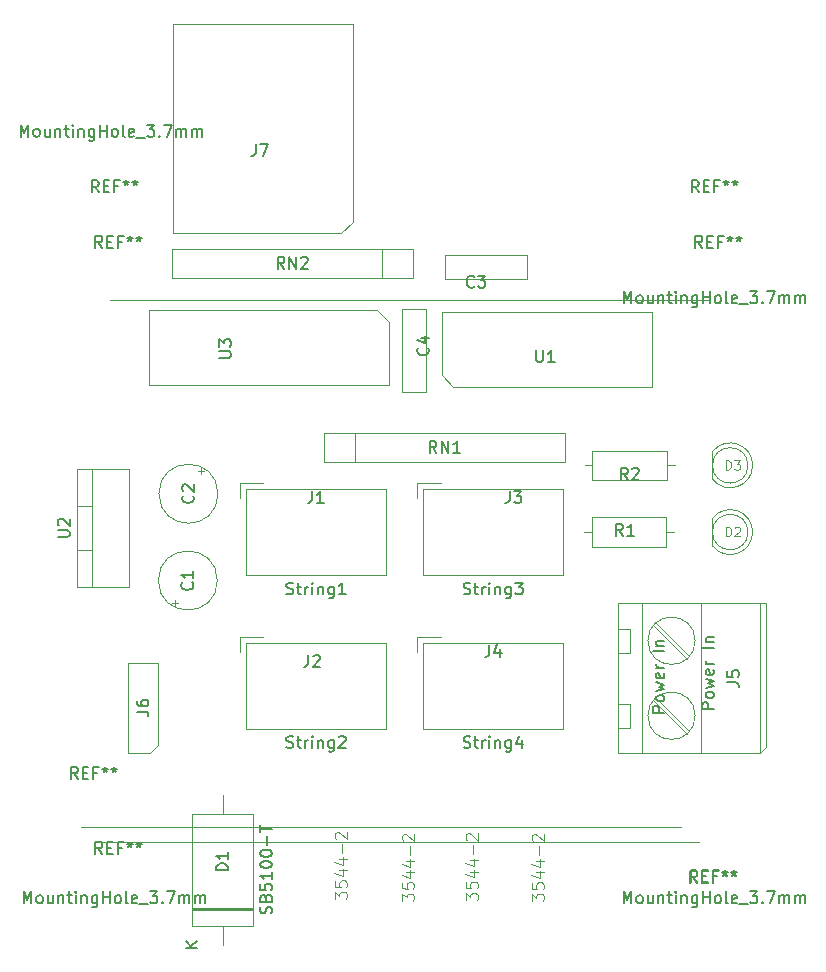
<source format=gbr>
G04 #@! TF.GenerationSoftware,KiCad,Pcbnew,(6.0.5)*
G04 #@! TF.CreationDate,2022-06-02T01:06:31-04:00*
G04 #@! TF.ProjectId,Receiver_Out,52656365-6976-4657-925f-4f75742e6b69,v1*
G04 #@! TF.SameCoordinates,Original*
G04 #@! TF.FileFunction,AssemblyDrawing,Top*
%FSLAX46Y46*%
G04 Gerber Fmt 4.6, Leading zero omitted, Abs format (unit mm)*
G04 Created by KiCad (PCBNEW (6.0.5)) date 2022-06-02 01:06:31*
%MOMM*%
%LPD*%
G01*
G04 APERTURE LIST*
%ADD10C,0.120000*%
%ADD11C,0.150000*%
%ADD12C,0.152400*%
%ADD13C,0.050000*%
%ADD14C,0.100000*%
G04 APERTURE END LIST*
D10*
X71431000Y-142239800D02*
X122231000Y-142239800D01*
X72331000Y-96339800D02*
X123131000Y-96339800D01*
X69931000Y-140969800D02*
X120731000Y-140969800D01*
D11*
X86025761Y-148258276D02*
X86073380Y-148115419D01*
X86073380Y-147877323D01*
X86025761Y-147782085D01*
X85978142Y-147734466D01*
X85882904Y-147686847D01*
X85787666Y-147686847D01*
X85692428Y-147734466D01*
X85644809Y-147782085D01*
X85597190Y-147877323D01*
X85549571Y-148067800D01*
X85501952Y-148163038D01*
X85454333Y-148210657D01*
X85359095Y-148258276D01*
X85263857Y-148258276D01*
X85168619Y-148210657D01*
X85121000Y-148163038D01*
X85073380Y-148067800D01*
X85073380Y-147829704D01*
X85121000Y-147686847D01*
X85549571Y-146924942D02*
X85597190Y-146782085D01*
X85644809Y-146734466D01*
X85740047Y-146686847D01*
X85882904Y-146686847D01*
X85978142Y-146734466D01*
X86025761Y-146782085D01*
X86073380Y-146877323D01*
X86073380Y-147258276D01*
X85073380Y-147258276D01*
X85073380Y-146924942D01*
X85121000Y-146829704D01*
X85168619Y-146782085D01*
X85263857Y-146734466D01*
X85359095Y-146734466D01*
X85454333Y-146782085D01*
X85501952Y-146829704D01*
X85549571Y-146924942D01*
X85549571Y-147258276D01*
X85073380Y-145782085D02*
X85073380Y-146258276D01*
X85549571Y-146305895D01*
X85501952Y-146258276D01*
X85454333Y-146163038D01*
X85454333Y-145924942D01*
X85501952Y-145829704D01*
X85549571Y-145782085D01*
X85644809Y-145734466D01*
X85882904Y-145734466D01*
X85978142Y-145782085D01*
X86025761Y-145829704D01*
X86073380Y-145924942D01*
X86073380Y-146163038D01*
X86025761Y-146258276D01*
X85978142Y-146305895D01*
X86073380Y-144782085D02*
X86073380Y-145353514D01*
X86073380Y-145067800D02*
X85073380Y-145067800D01*
X85216238Y-145163038D01*
X85311476Y-145258276D01*
X85359095Y-145353514D01*
X85073380Y-144163038D02*
X85073380Y-144067800D01*
X85121000Y-143972561D01*
X85168619Y-143924942D01*
X85263857Y-143877323D01*
X85454333Y-143829704D01*
X85692428Y-143829704D01*
X85882904Y-143877323D01*
X85978142Y-143924942D01*
X86025761Y-143972561D01*
X86073380Y-144067800D01*
X86073380Y-144163038D01*
X86025761Y-144258276D01*
X85978142Y-144305895D01*
X85882904Y-144353514D01*
X85692428Y-144401133D01*
X85454333Y-144401133D01*
X85263857Y-144353514D01*
X85168619Y-144305895D01*
X85121000Y-144258276D01*
X85073380Y-144163038D01*
X85073380Y-143210657D02*
X85073380Y-143115419D01*
X85121000Y-143020180D01*
X85168619Y-142972561D01*
X85263857Y-142924942D01*
X85454333Y-142877323D01*
X85692428Y-142877323D01*
X85882904Y-142924942D01*
X85978142Y-142972561D01*
X86025761Y-143020180D01*
X86073380Y-143115419D01*
X86073380Y-143210657D01*
X86025761Y-143305895D01*
X85978142Y-143353514D01*
X85882904Y-143401133D01*
X85692428Y-143448752D01*
X85454333Y-143448752D01*
X85263857Y-143401133D01*
X85168619Y-143353514D01*
X85121000Y-143305895D01*
X85073380Y-143210657D01*
X85692428Y-142448752D02*
X85692428Y-141686847D01*
X85073380Y-141353514D02*
X85073380Y-140782085D01*
X86073380Y-141067800D02*
X85073380Y-141067800D01*
X79753380Y-151179704D02*
X78753380Y-151179704D01*
X79753380Y-150608276D02*
X79181952Y-151036847D01*
X78753380Y-150608276D02*
X79324809Y-151179704D01*
X82353380Y-144593395D02*
X81353380Y-144593395D01*
X81353380Y-144355300D01*
X81401000Y-144212442D01*
X81496238Y-144117204D01*
X81591476Y-144069585D01*
X81781952Y-144021966D01*
X81924809Y-144021966D01*
X82115285Y-144069585D01*
X82210523Y-144117204D01*
X82305761Y-144212442D01*
X82353380Y-144355300D01*
X82353380Y-144593395D01*
X82353380Y-143069585D02*
X82353380Y-143641014D01*
X82353380Y-143355300D02*
X81353380Y-143355300D01*
X81496238Y-143450538D01*
X81591476Y-143545776D01*
X81639095Y-143641014D01*
X81603380Y-101229704D02*
X82412904Y-101229704D01*
X82508142Y-101182085D01*
X82555761Y-101134466D01*
X82603380Y-101039228D01*
X82603380Y-100848752D01*
X82555761Y-100753514D01*
X82508142Y-100705895D01*
X82412904Y-100658276D01*
X81603380Y-100658276D01*
X81603380Y-100277323D02*
X81603380Y-99658276D01*
X81984333Y-99991609D01*
X81984333Y-99848752D01*
X82031952Y-99753514D01*
X82079571Y-99705895D01*
X82174809Y-99658276D01*
X82412904Y-99658276D01*
X82508142Y-99705895D01*
X82555761Y-99753514D01*
X82603380Y-99848752D01*
X82603380Y-100134466D01*
X82555761Y-100229704D01*
X82508142Y-100277323D01*
X67933380Y-116389704D02*
X68742904Y-116389704D01*
X68838142Y-116342085D01*
X68885761Y-116294466D01*
X68933380Y-116199228D01*
X68933380Y-116008752D01*
X68885761Y-115913514D01*
X68838142Y-115865895D01*
X68742904Y-115818276D01*
X67933380Y-115818276D01*
X68028619Y-115389704D02*
X67981000Y-115342085D01*
X67933380Y-115246847D01*
X67933380Y-115008752D01*
X67981000Y-114913514D01*
X68028619Y-114865895D01*
X68123857Y-114818276D01*
X68219095Y-114818276D01*
X68361952Y-114865895D01*
X68933380Y-115437323D01*
X68933380Y-114818276D01*
X87120523Y-93670180D02*
X86787190Y-93193990D01*
X86549095Y-93670180D02*
X86549095Y-92670180D01*
X86930047Y-92670180D01*
X87025285Y-92717800D01*
X87072904Y-92765419D01*
X87120523Y-92860657D01*
X87120523Y-93003514D01*
X87072904Y-93098752D01*
X87025285Y-93146371D01*
X86930047Y-93193990D01*
X86549095Y-93193990D01*
X87549095Y-93670180D02*
X87549095Y-92670180D01*
X88120523Y-93670180D01*
X88120523Y-92670180D01*
X88549095Y-92765419D02*
X88596714Y-92717800D01*
X88691952Y-92670180D01*
X88930047Y-92670180D01*
X89025285Y-92717800D01*
X89072904Y-92765419D01*
X89120523Y-92860657D01*
X89120523Y-92955895D01*
X89072904Y-93098752D01*
X88501476Y-93670180D01*
X89120523Y-93670180D01*
X84717666Y-83120180D02*
X84717666Y-83834466D01*
X84670047Y-83977323D01*
X84574809Y-84072561D01*
X84431952Y-84120180D01*
X84336714Y-84120180D01*
X85098619Y-83120180D02*
X85765285Y-83120180D01*
X85336714Y-84120180D01*
X74603380Y-131161133D02*
X75317666Y-131161133D01*
X75460523Y-131208752D01*
X75555761Y-131303990D01*
X75603380Y-131446847D01*
X75603380Y-131542085D01*
X74603380Y-130256371D02*
X74603380Y-130446847D01*
X74651000Y-130542085D01*
X74698619Y-130589704D01*
X74841476Y-130684942D01*
X75031952Y-130732561D01*
X75412904Y-130732561D01*
X75508142Y-130684942D01*
X75555761Y-130637323D01*
X75603380Y-130542085D01*
X75603380Y-130351609D01*
X75555761Y-130256371D01*
X75508142Y-130208752D01*
X75412904Y-130161133D01*
X75174809Y-130161133D01*
X75079571Y-130208752D01*
X75031952Y-130256371D01*
X74984333Y-130351609D01*
X74984333Y-130542085D01*
X75031952Y-130637323D01*
X75079571Y-130684942D01*
X75174809Y-130732561D01*
X99268142Y-100364691D02*
X99315761Y-100412310D01*
X99363380Y-100555167D01*
X99363380Y-100650405D01*
X99315761Y-100793263D01*
X99220523Y-100888501D01*
X99125285Y-100936120D01*
X98934809Y-100983739D01*
X98791952Y-100983739D01*
X98601476Y-100936120D01*
X98506238Y-100888501D01*
X98411000Y-100793263D01*
X98363380Y-100650405D01*
X98363380Y-100555167D01*
X98411000Y-100412310D01*
X98458619Y-100364691D01*
X98696714Y-99507548D02*
X99363380Y-99507548D01*
X98315761Y-99745644D02*
X99030047Y-99983739D01*
X99030047Y-99364691D01*
X79358142Y-112884466D02*
X79405761Y-112932085D01*
X79453380Y-113074942D01*
X79453380Y-113170180D01*
X79405761Y-113313038D01*
X79310523Y-113408276D01*
X79215285Y-113455895D01*
X79024809Y-113503514D01*
X78881952Y-113503514D01*
X78691476Y-113455895D01*
X78596238Y-113408276D01*
X78501000Y-113313038D01*
X78453380Y-113170180D01*
X78453380Y-113074942D01*
X78501000Y-112932085D01*
X78548619Y-112884466D01*
X78548619Y-112503514D02*
X78501000Y-112455895D01*
X78453380Y-112360657D01*
X78453380Y-112122561D01*
X78501000Y-112027323D01*
X78548619Y-111979704D01*
X78643857Y-111932085D01*
X78739095Y-111932085D01*
X78881952Y-111979704D01*
X79453380Y-112551133D01*
X79453380Y-111932085D01*
X79308142Y-120234466D02*
X79355761Y-120282085D01*
X79403380Y-120424942D01*
X79403380Y-120520180D01*
X79355761Y-120663038D01*
X79260523Y-120758276D01*
X79165285Y-120805895D01*
X78974809Y-120853514D01*
X78831952Y-120853514D01*
X78641476Y-120805895D01*
X78546238Y-120758276D01*
X78451000Y-120663038D01*
X78403380Y-120520180D01*
X78403380Y-120424942D01*
X78451000Y-120282085D01*
X78498619Y-120234466D01*
X79403380Y-119282085D02*
X79403380Y-119853514D01*
X79403380Y-119567800D02*
X78403380Y-119567800D01*
X78546238Y-119663038D01*
X78641476Y-119758276D01*
X78689095Y-119853514D01*
X103184333Y-95174942D02*
X103136714Y-95222561D01*
X102993857Y-95270180D01*
X102898619Y-95270180D01*
X102755761Y-95222561D01*
X102660523Y-95127323D01*
X102612904Y-95032085D01*
X102565285Y-94841609D01*
X102565285Y-94698752D01*
X102612904Y-94508276D01*
X102660523Y-94413038D01*
X102755761Y-94317800D01*
X102898619Y-94270180D01*
X102993857Y-94270180D01*
X103136714Y-94317800D01*
X103184333Y-94365419D01*
X103517666Y-94270180D02*
X104136714Y-94270180D01*
X103803380Y-94651133D01*
X103946238Y-94651133D01*
X104041476Y-94698752D01*
X104089095Y-94746371D01*
X104136714Y-94841609D01*
X104136714Y-95079704D01*
X104089095Y-95174942D01*
X104041476Y-95222561D01*
X103946238Y-95270180D01*
X103660523Y-95270180D01*
X103565285Y-95222561D01*
X103517666Y-95174942D01*
X123478380Y-130965419D02*
X122478380Y-130965419D01*
X122478380Y-130584466D01*
X122526000Y-130489228D01*
X122573619Y-130441609D01*
X122668857Y-130393990D01*
X122811714Y-130393990D01*
X122906952Y-130441609D01*
X122954571Y-130489228D01*
X123002190Y-130584466D01*
X123002190Y-130965419D01*
X123478380Y-129822561D02*
X123430761Y-129917800D01*
X123383142Y-129965419D01*
X123287904Y-130013038D01*
X123002190Y-130013038D01*
X122906952Y-129965419D01*
X122859333Y-129917800D01*
X122811714Y-129822561D01*
X122811714Y-129679704D01*
X122859333Y-129584466D01*
X122906952Y-129536847D01*
X123002190Y-129489228D01*
X123287904Y-129489228D01*
X123383142Y-129536847D01*
X123430761Y-129584466D01*
X123478380Y-129679704D01*
X123478380Y-129822561D01*
X122811714Y-129155895D02*
X123478380Y-128965419D01*
X123002190Y-128774942D01*
X123478380Y-128584466D01*
X122811714Y-128393990D01*
X123430761Y-127632085D02*
X123478380Y-127727323D01*
X123478380Y-127917800D01*
X123430761Y-128013038D01*
X123335523Y-128060657D01*
X122954571Y-128060657D01*
X122859333Y-128013038D01*
X122811714Y-127917800D01*
X122811714Y-127727323D01*
X122859333Y-127632085D01*
X122954571Y-127584466D01*
X123049809Y-127584466D01*
X123145047Y-128060657D01*
X123478380Y-127155895D02*
X122811714Y-127155895D01*
X123002190Y-127155895D02*
X122906952Y-127108276D01*
X122859333Y-127060657D01*
X122811714Y-126965419D01*
X122811714Y-126870180D01*
X123478380Y-125774942D02*
X122478380Y-125774942D01*
X122811714Y-125298752D02*
X123478380Y-125298752D01*
X122906952Y-125298752D02*
X122859333Y-125251133D01*
X122811714Y-125155895D01*
X122811714Y-125013038D01*
X122859333Y-124917800D01*
X122954571Y-124870180D01*
X123478380Y-124870180D01*
X124603380Y-128676133D02*
X125317666Y-128676133D01*
X125460523Y-128723752D01*
X125555761Y-128818990D01*
X125603380Y-128961847D01*
X125603380Y-129057085D01*
X124603380Y-127723752D02*
X124603380Y-128199942D01*
X125079571Y-128247561D01*
X125031952Y-128199942D01*
X124984333Y-128104704D01*
X124984333Y-127866609D01*
X125031952Y-127771371D01*
X125079571Y-127723752D01*
X125174809Y-127676133D01*
X125412904Y-127676133D01*
X125508142Y-127723752D01*
X125555761Y-127771371D01*
X125603380Y-127866609D01*
X125603380Y-128104704D01*
X125555761Y-128199942D01*
X125508142Y-128247561D01*
D12*
X119296180Y-131259019D02*
X118296180Y-131259019D01*
X118296180Y-130878066D01*
X118343800Y-130782828D01*
X118391419Y-130735209D01*
X118486657Y-130687590D01*
X118629514Y-130687590D01*
X118724752Y-130735209D01*
X118772371Y-130782828D01*
X118819990Y-130878066D01*
X118819990Y-131259019D01*
X119296180Y-130116161D02*
X119248561Y-130211400D01*
X119200942Y-130259019D01*
X119105704Y-130306638D01*
X118819990Y-130306638D01*
X118724752Y-130259019D01*
X118677133Y-130211400D01*
X118629514Y-130116161D01*
X118629514Y-129973304D01*
X118677133Y-129878066D01*
X118724752Y-129830447D01*
X118819990Y-129782828D01*
X119105704Y-129782828D01*
X119200942Y-129830447D01*
X119248561Y-129878066D01*
X119296180Y-129973304D01*
X119296180Y-130116161D01*
X118629514Y-129449495D02*
X119296180Y-129259019D01*
X118819990Y-129068542D01*
X119296180Y-128878066D01*
X118629514Y-128687590D01*
X119248561Y-127925685D02*
X119296180Y-128020923D01*
X119296180Y-128211400D01*
X119248561Y-128306638D01*
X119153323Y-128354257D01*
X118772371Y-128354257D01*
X118677133Y-128306638D01*
X118629514Y-128211400D01*
X118629514Y-128020923D01*
X118677133Y-127925685D01*
X118772371Y-127878066D01*
X118867609Y-127878066D01*
X118962847Y-128354257D01*
X119296180Y-127449495D02*
X118629514Y-127449495D01*
X118819990Y-127449495D02*
X118724752Y-127401876D01*
X118677133Y-127354257D01*
X118629514Y-127259019D01*
X118629514Y-127163780D01*
X119296180Y-126068542D02*
X118296180Y-126068542D01*
X118629514Y-125592352D02*
X119296180Y-125592352D01*
X118724752Y-125592352D02*
X118677133Y-125544733D01*
X118629514Y-125449495D01*
X118629514Y-125306638D01*
X118677133Y-125211400D01*
X118772371Y-125163780D01*
X119296180Y-125163780D01*
D11*
X108439095Y-100570180D02*
X108439095Y-101379704D01*
X108486714Y-101474942D01*
X108534333Y-101522561D01*
X108629571Y-101570180D01*
X108820047Y-101570180D01*
X108915285Y-101522561D01*
X108962904Y-101474942D01*
X109010523Y-101379704D01*
X109010523Y-100570180D01*
X110010523Y-101570180D02*
X109439095Y-101570180D01*
X109724809Y-101570180D02*
X109724809Y-100570180D01*
X109629571Y-100713038D01*
X109534333Y-100808276D01*
X109439095Y-100855895D01*
X122197666Y-87192180D02*
X121864333Y-86715990D01*
X121626238Y-87192180D02*
X121626238Y-86192180D01*
X122007190Y-86192180D01*
X122102428Y-86239800D01*
X122150047Y-86287419D01*
X122197666Y-86382657D01*
X122197666Y-86525514D01*
X122150047Y-86620752D01*
X122102428Y-86668371D01*
X122007190Y-86715990D01*
X121626238Y-86715990D01*
X122626238Y-86668371D02*
X122959571Y-86668371D01*
X123102428Y-87192180D02*
X122626238Y-87192180D01*
X122626238Y-86192180D01*
X123102428Y-86192180D01*
X123864333Y-86668371D02*
X123531000Y-86668371D01*
X123531000Y-87192180D02*
X123531000Y-86192180D01*
X124007190Y-86192180D01*
X124531000Y-86192180D02*
X124531000Y-86430276D01*
X124292904Y-86335038D02*
X124531000Y-86430276D01*
X124769095Y-86335038D01*
X124388142Y-86620752D02*
X124531000Y-86430276D01*
X124673857Y-86620752D01*
X125292904Y-86192180D02*
X125292904Y-86430276D01*
X125054809Y-86335038D02*
X125292904Y-86430276D01*
X125531000Y-86335038D01*
X125150047Y-86620752D02*
X125292904Y-86430276D01*
X125435761Y-86620752D01*
X115840523Y-96592180D02*
X115840523Y-95592180D01*
X116173857Y-96306466D01*
X116507190Y-95592180D01*
X116507190Y-96592180D01*
X117126238Y-96592180D02*
X117031000Y-96544561D01*
X116983380Y-96496942D01*
X116935761Y-96401704D01*
X116935761Y-96115990D01*
X116983380Y-96020752D01*
X117031000Y-95973133D01*
X117126238Y-95925514D01*
X117269095Y-95925514D01*
X117364333Y-95973133D01*
X117411952Y-96020752D01*
X117459571Y-96115990D01*
X117459571Y-96401704D01*
X117411952Y-96496942D01*
X117364333Y-96544561D01*
X117269095Y-96592180D01*
X117126238Y-96592180D01*
X118316714Y-95925514D02*
X118316714Y-96592180D01*
X117888142Y-95925514D02*
X117888142Y-96449323D01*
X117935761Y-96544561D01*
X118031000Y-96592180D01*
X118173857Y-96592180D01*
X118269095Y-96544561D01*
X118316714Y-96496942D01*
X118792904Y-95925514D02*
X118792904Y-96592180D01*
X118792904Y-96020752D02*
X118840523Y-95973133D01*
X118935761Y-95925514D01*
X119078619Y-95925514D01*
X119173857Y-95973133D01*
X119221476Y-96068371D01*
X119221476Y-96592180D01*
X119554809Y-95925514D02*
X119935761Y-95925514D01*
X119697666Y-95592180D02*
X119697666Y-96449323D01*
X119745285Y-96544561D01*
X119840523Y-96592180D01*
X119935761Y-96592180D01*
X120269095Y-96592180D02*
X120269095Y-95925514D01*
X120269095Y-95592180D02*
X120221476Y-95639800D01*
X120269095Y-95687419D01*
X120316714Y-95639800D01*
X120269095Y-95592180D01*
X120269095Y-95687419D01*
X120745285Y-95925514D02*
X120745285Y-96592180D01*
X120745285Y-96020752D02*
X120792904Y-95973133D01*
X120888142Y-95925514D01*
X121031000Y-95925514D01*
X121126238Y-95973133D01*
X121173857Y-96068371D01*
X121173857Y-96592180D01*
X122078619Y-95925514D02*
X122078619Y-96735038D01*
X122031000Y-96830276D01*
X121983380Y-96877895D01*
X121888142Y-96925514D01*
X121745285Y-96925514D01*
X121650047Y-96877895D01*
X122078619Y-96544561D02*
X121983380Y-96592180D01*
X121792904Y-96592180D01*
X121697666Y-96544561D01*
X121650047Y-96496942D01*
X121602428Y-96401704D01*
X121602428Y-96115990D01*
X121650047Y-96020752D01*
X121697666Y-95973133D01*
X121792904Y-95925514D01*
X121983380Y-95925514D01*
X122078619Y-95973133D01*
X122554809Y-96592180D02*
X122554809Y-95592180D01*
X122554809Y-96068371D02*
X123126238Y-96068371D01*
X123126238Y-96592180D02*
X123126238Y-95592180D01*
X123745285Y-96592180D02*
X123650047Y-96544561D01*
X123602428Y-96496942D01*
X123554809Y-96401704D01*
X123554809Y-96115990D01*
X123602428Y-96020752D01*
X123650047Y-95973133D01*
X123745285Y-95925514D01*
X123888142Y-95925514D01*
X123983380Y-95973133D01*
X124031000Y-96020752D01*
X124078619Y-96115990D01*
X124078619Y-96401704D01*
X124031000Y-96496942D01*
X123983380Y-96544561D01*
X123888142Y-96592180D01*
X123745285Y-96592180D01*
X124650047Y-96592180D02*
X124554809Y-96544561D01*
X124507190Y-96449323D01*
X124507190Y-95592180D01*
X125411952Y-96544561D02*
X125316714Y-96592180D01*
X125126238Y-96592180D01*
X125031000Y-96544561D01*
X124983380Y-96449323D01*
X124983380Y-96068371D01*
X125031000Y-95973133D01*
X125126238Y-95925514D01*
X125316714Y-95925514D01*
X125411952Y-95973133D01*
X125459571Y-96068371D01*
X125459571Y-96163609D01*
X124983380Y-96258847D01*
X125650047Y-96687419D02*
X126411952Y-96687419D01*
X126554809Y-95592180D02*
X127173857Y-95592180D01*
X126840523Y-95973133D01*
X126983380Y-95973133D01*
X127078619Y-96020752D01*
X127126238Y-96068371D01*
X127173857Y-96163609D01*
X127173857Y-96401704D01*
X127126238Y-96496942D01*
X127078619Y-96544561D01*
X126983380Y-96592180D01*
X126697666Y-96592180D01*
X126602428Y-96544561D01*
X126554809Y-96496942D01*
X127602428Y-96496942D02*
X127650047Y-96544561D01*
X127602428Y-96592180D01*
X127554809Y-96544561D01*
X127602428Y-96496942D01*
X127602428Y-96592180D01*
X127983380Y-95592180D02*
X128650047Y-95592180D01*
X128221476Y-96592180D01*
X129030999Y-96592180D02*
X129030999Y-95925514D01*
X129030999Y-96020752D02*
X129078619Y-95973133D01*
X129173857Y-95925514D01*
X129316714Y-95925514D01*
X129411952Y-95973133D01*
X129459571Y-96068371D01*
X129459571Y-96592180D01*
X129459571Y-96068371D02*
X129507190Y-95973133D01*
X129602428Y-95925514D01*
X129745285Y-95925514D01*
X129840523Y-95973133D01*
X129888142Y-96068371D01*
X129888142Y-96592180D01*
X130364333Y-96592180D02*
X130364333Y-95925514D01*
X130364333Y-96020752D02*
X130411952Y-95973133D01*
X130507190Y-95925514D01*
X130650047Y-95925514D01*
X130745285Y-95973133D01*
X130792904Y-96068371D01*
X130792904Y-96592180D01*
X130792904Y-96068371D02*
X130840523Y-95973133D01*
X130935761Y-95925514D01*
X131078619Y-95925514D01*
X131173857Y-95973133D01*
X131221476Y-96068371D01*
X131221476Y-96592180D01*
X122497666Y-91892180D02*
X122164333Y-91415990D01*
X121926238Y-91892180D02*
X121926238Y-90892180D01*
X122307190Y-90892180D01*
X122402428Y-90939800D01*
X122450047Y-90987419D01*
X122497666Y-91082657D01*
X122497666Y-91225514D01*
X122450047Y-91320752D01*
X122402428Y-91368371D01*
X122307190Y-91415990D01*
X121926238Y-91415990D01*
X122926238Y-91368371D02*
X123259571Y-91368371D01*
X123402428Y-91892180D02*
X122926238Y-91892180D01*
X122926238Y-90892180D01*
X123402428Y-90892180D01*
X124164333Y-91368371D02*
X123831000Y-91368371D01*
X123831000Y-91892180D02*
X123831000Y-90892180D01*
X124307190Y-90892180D01*
X124831000Y-90892180D02*
X124831000Y-91130276D01*
X124592904Y-91035038D02*
X124831000Y-91130276D01*
X125069095Y-91035038D01*
X124688142Y-91320752D02*
X124831000Y-91130276D01*
X124973857Y-91320752D01*
X125592904Y-90892180D02*
X125592904Y-91130276D01*
X125354809Y-91035038D02*
X125592904Y-91130276D01*
X125831000Y-91035038D01*
X125450047Y-91320752D02*
X125592904Y-91130276D01*
X125735761Y-91320752D01*
X71397666Y-87192180D02*
X71064333Y-86715990D01*
X70826238Y-87192180D02*
X70826238Y-86192180D01*
X71207190Y-86192180D01*
X71302428Y-86239800D01*
X71350047Y-86287419D01*
X71397666Y-86382657D01*
X71397666Y-86525514D01*
X71350047Y-86620752D01*
X71302428Y-86668371D01*
X71207190Y-86715990D01*
X70826238Y-86715990D01*
X71826238Y-86668371D02*
X72159571Y-86668371D01*
X72302428Y-87192180D02*
X71826238Y-87192180D01*
X71826238Y-86192180D01*
X72302428Y-86192180D01*
X73064333Y-86668371D02*
X72731000Y-86668371D01*
X72731000Y-87192180D02*
X72731000Y-86192180D01*
X73207190Y-86192180D01*
X73731000Y-86192180D02*
X73731000Y-86430276D01*
X73492904Y-86335038D02*
X73731000Y-86430276D01*
X73969095Y-86335038D01*
X73588142Y-86620752D02*
X73731000Y-86430276D01*
X73873857Y-86620752D01*
X74492904Y-86192180D02*
X74492904Y-86430276D01*
X74254809Y-86335038D02*
X74492904Y-86430276D01*
X74731000Y-86335038D01*
X74350047Y-86620752D02*
X74492904Y-86430276D01*
X74635761Y-86620752D01*
X64786523Y-82494180D02*
X64786523Y-81494180D01*
X65119857Y-82208466D01*
X65453190Y-81494180D01*
X65453190Y-82494180D01*
X66072238Y-82494180D02*
X65976999Y-82446561D01*
X65929380Y-82398942D01*
X65881761Y-82303704D01*
X65881761Y-82017990D01*
X65929380Y-81922752D01*
X65976999Y-81875133D01*
X66072238Y-81827514D01*
X66215095Y-81827514D01*
X66310333Y-81875133D01*
X66357952Y-81922752D01*
X66405571Y-82017990D01*
X66405571Y-82303704D01*
X66357952Y-82398942D01*
X66310333Y-82446561D01*
X66215095Y-82494180D01*
X66072238Y-82494180D01*
X67262714Y-81827514D02*
X67262714Y-82494180D01*
X66834142Y-81827514D02*
X66834142Y-82351323D01*
X66881761Y-82446561D01*
X66976999Y-82494180D01*
X67119857Y-82494180D01*
X67215095Y-82446561D01*
X67262714Y-82398942D01*
X67738904Y-81827514D02*
X67738904Y-82494180D01*
X67738904Y-81922752D02*
X67786523Y-81875133D01*
X67881761Y-81827514D01*
X68024619Y-81827514D01*
X68119857Y-81875133D01*
X68167476Y-81970371D01*
X68167476Y-82494180D01*
X68500809Y-81827514D02*
X68881761Y-81827514D01*
X68643666Y-81494180D02*
X68643666Y-82351323D01*
X68691285Y-82446561D01*
X68786523Y-82494180D01*
X68881761Y-82494180D01*
X69215095Y-82494180D02*
X69215095Y-81827514D01*
X69215095Y-81494180D02*
X69167476Y-81541800D01*
X69215095Y-81589419D01*
X69262714Y-81541800D01*
X69215095Y-81494180D01*
X69215095Y-81589419D01*
X69691285Y-81827514D02*
X69691285Y-82494180D01*
X69691285Y-81922752D02*
X69738904Y-81875133D01*
X69834142Y-81827514D01*
X69977000Y-81827514D01*
X70072238Y-81875133D01*
X70119857Y-81970371D01*
X70119857Y-82494180D01*
X71024619Y-81827514D02*
X71024619Y-82637038D01*
X70977000Y-82732276D01*
X70929380Y-82779895D01*
X70834142Y-82827514D01*
X70691285Y-82827514D01*
X70596047Y-82779895D01*
X71024619Y-82446561D02*
X70929380Y-82494180D01*
X70738904Y-82494180D01*
X70643666Y-82446561D01*
X70596047Y-82398942D01*
X70548428Y-82303704D01*
X70548428Y-82017990D01*
X70596047Y-81922752D01*
X70643666Y-81875133D01*
X70738904Y-81827514D01*
X70929380Y-81827514D01*
X71024619Y-81875133D01*
X71500809Y-82494180D02*
X71500809Y-81494180D01*
X71500809Y-81970371D02*
X72072238Y-81970371D01*
X72072238Y-82494180D02*
X72072238Y-81494180D01*
X72691285Y-82494180D02*
X72596047Y-82446561D01*
X72548428Y-82398942D01*
X72500809Y-82303704D01*
X72500809Y-82017990D01*
X72548428Y-81922752D01*
X72596047Y-81875133D01*
X72691285Y-81827514D01*
X72834142Y-81827514D01*
X72929380Y-81875133D01*
X72977000Y-81922752D01*
X73024619Y-82017990D01*
X73024619Y-82303704D01*
X72977000Y-82398942D01*
X72929380Y-82446561D01*
X72834142Y-82494180D01*
X72691285Y-82494180D01*
X73596047Y-82494180D02*
X73500809Y-82446561D01*
X73453190Y-82351323D01*
X73453190Y-81494180D01*
X74357952Y-82446561D02*
X74262714Y-82494180D01*
X74072238Y-82494180D01*
X73977000Y-82446561D01*
X73929380Y-82351323D01*
X73929380Y-81970371D01*
X73977000Y-81875133D01*
X74072238Y-81827514D01*
X74262714Y-81827514D01*
X74357952Y-81875133D01*
X74405571Y-81970371D01*
X74405571Y-82065609D01*
X73929380Y-82160847D01*
X74596047Y-82589419D02*
X75357952Y-82589419D01*
X75500809Y-81494180D02*
X76119857Y-81494180D01*
X75786523Y-81875133D01*
X75929380Y-81875133D01*
X76024619Y-81922752D01*
X76072238Y-81970371D01*
X76119857Y-82065609D01*
X76119857Y-82303704D01*
X76072238Y-82398942D01*
X76024619Y-82446561D01*
X75929380Y-82494180D01*
X75643666Y-82494180D01*
X75548428Y-82446561D01*
X75500809Y-82398942D01*
X76548428Y-82398942D02*
X76596047Y-82446561D01*
X76548428Y-82494180D01*
X76500809Y-82446561D01*
X76548428Y-82398942D01*
X76548428Y-82494180D01*
X76929380Y-81494180D02*
X77596047Y-81494180D01*
X77167476Y-82494180D01*
X77976999Y-82494180D02*
X77976999Y-81827514D01*
X77976999Y-81922752D02*
X78024619Y-81875133D01*
X78119857Y-81827514D01*
X78262714Y-81827514D01*
X78357952Y-81875133D01*
X78405571Y-81970371D01*
X78405571Y-82494180D01*
X78405571Y-81970371D02*
X78453190Y-81875133D01*
X78548428Y-81827514D01*
X78691285Y-81827514D01*
X78786523Y-81875133D01*
X78834142Y-81970371D01*
X78834142Y-82494180D01*
X79310333Y-82494180D02*
X79310333Y-81827514D01*
X79310333Y-81922752D02*
X79357952Y-81875133D01*
X79453190Y-81827514D01*
X79596047Y-81827514D01*
X79691285Y-81875133D01*
X79738904Y-81970371D01*
X79738904Y-82494180D01*
X79738904Y-81970371D02*
X79786523Y-81875133D01*
X79881761Y-81827514D01*
X80024619Y-81827514D01*
X80119857Y-81875133D01*
X80167476Y-81970371D01*
X80167476Y-82494180D01*
X71697666Y-91892180D02*
X71364333Y-91415990D01*
X71126238Y-91892180D02*
X71126238Y-90892180D01*
X71507190Y-90892180D01*
X71602428Y-90939800D01*
X71650047Y-90987419D01*
X71697666Y-91082657D01*
X71697666Y-91225514D01*
X71650047Y-91320752D01*
X71602428Y-91368371D01*
X71507190Y-91415990D01*
X71126238Y-91415990D01*
X72126238Y-91368371D02*
X72459571Y-91368371D01*
X72602428Y-91892180D02*
X72126238Y-91892180D01*
X72126238Y-90892180D01*
X72602428Y-90892180D01*
X73364333Y-91368371D02*
X73031000Y-91368371D01*
X73031000Y-91892180D02*
X73031000Y-90892180D01*
X73507190Y-90892180D01*
X74031000Y-90892180D02*
X74031000Y-91130276D01*
X73792904Y-91035038D02*
X74031000Y-91130276D01*
X74269095Y-91035038D01*
X73888142Y-91320752D02*
X74031000Y-91130276D01*
X74173857Y-91320752D01*
X74792904Y-90892180D02*
X74792904Y-91130276D01*
X74554809Y-91035038D02*
X74792904Y-91130276D01*
X75031000Y-91035038D01*
X74650047Y-91320752D02*
X74792904Y-91130276D01*
X74935761Y-91320752D01*
X122067666Y-145645180D02*
X121734333Y-145168990D01*
X121496238Y-145645180D02*
X121496238Y-144645180D01*
X121877190Y-144645180D01*
X121972428Y-144692800D01*
X122020047Y-144740419D01*
X122067666Y-144835657D01*
X122067666Y-144978514D01*
X122020047Y-145073752D01*
X121972428Y-145121371D01*
X121877190Y-145168990D01*
X121496238Y-145168990D01*
X122496238Y-145121371D02*
X122829571Y-145121371D01*
X122972428Y-145645180D02*
X122496238Y-145645180D01*
X122496238Y-144645180D01*
X122972428Y-144645180D01*
X123734333Y-145121371D02*
X123401000Y-145121371D01*
X123401000Y-145645180D02*
X123401000Y-144645180D01*
X123877190Y-144645180D01*
X124401000Y-144645180D02*
X124401000Y-144883276D01*
X124162904Y-144788038D02*
X124401000Y-144883276D01*
X124639095Y-144788038D01*
X124258142Y-145073752D02*
X124401000Y-144883276D01*
X124543857Y-145073752D01*
X125162904Y-144645180D02*
X125162904Y-144883276D01*
X124924809Y-144788038D02*
X125162904Y-144883276D01*
X125401000Y-144788038D01*
X125020047Y-145073752D02*
X125162904Y-144883276D01*
X125305761Y-145073752D01*
X115840523Y-147392180D02*
X115840523Y-146392180D01*
X116173857Y-147106466D01*
X116507190Y-146392180D01*
X116507190Y-147392180D01*
X117126238Y-147392180D02*
X117031000Y-147344561D01*
X116983380Y-147296942D01*
X116935761Y-147201704D01*
X116935761Y-146915990D01*
X116983380Y-146820752D01*
X117031000Y-146773133D01*
X117126238Y-146725514D01*
X117269095Y-146725514D01*
X117364333Y-146773133D01*
X117411952Y-146820752D01*
X117459571Y-146915990D01*
X117459571Y-147201704D01*
X117411952Y-147296942D01*
X117364333Y-147344561D01*
X117269095Y-147392180D01*
X117126238Y-147392180D01*
X118316714Y-146725514D02*
X118316714Y-147392180D01*
X117888142Y-146725514D02*
X117888142Y-147249323D01*
X117935761Y-147344561D01*
X118031000Y-147392180D01*
X118173857Y-147392180D01*
X118269095Y-147344561D01*
X118316714Y-147296942D01*
X118792904Y-146725514D02*
X118792904Y-147392180D01*
X118792904Y-146820752D02*
X118840523Y-146773133D01*
X118935761Y-146725514D01*
X119078619Y-146725514D01*
X119173857Y-146773133D01*
X119221476Y-146868371D01*
X119221476Y-147392180D01*
X119554809Y-146725514D02*
X119935761Y-146725514D01*
X119697666Y-146392180D02*
X119697666Y-147249323D01*
X119745285Y-147344561D01*
X119840523Y-147392180D01*
X119935761Y-147392180D01*
X120269095Y-147392180D02*
X120269095Y-146725514D01*
X120269095Y-146392180D02*
X120221476Y-146439800D01*
X120269095Y-146487419D01*
X120316714Y-146439800D01*
X120269095Y-146392180D01*
X120269095Y-146487419D01*
X120745285Y-146725514D02*
X120745285Y-147392180D01*
X120745285Y-146820752D02*
X120792904Y-146773133D01*
X120888142Y-146725514D01*
X121031000Y-146725514D01*
X121126238Y-146773133D01*
X121173857Y-146868371D01*
X121173857Y-147392180D01*
X122078619Y-146725514D02*
X122078619Y-147535038D01*
X122031000Y-147630276D01*
X121983380Y-147677895D01*
X121888142Y-147725514D01*
X121745285Y-147725514D01*
X121650047Y-147677895D01*
X122078619Y-147344561D02*
X121983380Y-147392180D01*
X121792904Y-147392180D01*
X121697666Y-147344561D01*
X121650047Y-147296942D01*
X121602428Y-147201704D01*
X121602428Y-146915990D01*
X121650047Y-146820752D01*
X121697666Y-146773133D01*
X121792904Y-146725514D01*
X121983380Y-146725514D01*
X122078619Y-146773133D01*
X122554809Y-147392180D02*
X122554809Y-146392180D01*
X122554809Y-146868371D02*
X123126238Y-146868371D01*
X123126238Y-147392180D02*
X123126238Y-146392180D01*
X123745285Y-147392180D02*
X123650047Y-147344561D01*
X123602428Y-147296942D01*
X123554809Y-147201704D01*
X123554809Y-146915990D01*
X123602428Y-146820752D01*
X123650047Y-146773133D01*
X123745285Y-146725514D01*
X123888142Y-146725514D01*
X123983380Y-146773133D01*
X124031000Y-146820752D01*
X124078619Y-146915990D01*
X124078619Y-147201704D01*
X124031000Y-147296942D01*
X123983380Y-147344561D01*
X123888142Y-147392180D01*
X123745285Y-147392180D01*
X124650047Y-147392180D02*
X124554809Y-147344561D01*
X124507190Y-147249323D01*
X124507190Y-146392180D01*
X125411952Y-147344561D02*
X125316714Y-147392180D01*
X125126238Y-147392180D01*
X125031000Y-147344561D01*
X124983380Y-147249323D01*
X124983380Y-146868371D01*
X125031000Y-146773133D01*
X125126238Y-146725514D01*
X125316714Y-146725514D01*
X125411952Y-146773133D01*
X125459571Y-146868371D01*
X125459571Y-146963609D01*
X124983380Y-147058847D01*
X125650047Y-147487419D02*
X126411952Y-147487419D01*
X126554809Y-146392180D02*
X127173857Y-146392180D01*
X126840523Y-146773133D01*
X126983380Y-146773133D01*
X127078619Y-146820752D01*
X127126238Y-146868371D01*
X127173857Y-146963609D01*
X127173857Y-147201704D01*
X127126238Y-147296942D01*
X127078619Y-147344561D01*
X126983380Y-147392180D01*
X126697666Y-147392180D01*
X126602428Y-147344561D01*
X126554809Y-147296942D01*
X127602428Y-147296942D02*
X127650047Y-147344561D01*
X127602428Y-147392180D01*
X127554809Y-147344561D01*
X127602428Y-147296942D01*
X127602428Y-147392180D01*
X127983380Y-146392180D02*
X128650047Y-146392180D01*
X128221476Y-147392180D01*
X129030999Y-147392180D02*
X129030999Y-146725514D01*
X129030999Y-146820752D02*
X129078619Y-146773133D01*
X129173857Y-146725514D01*
X129316714Y-146725514D01*
X129411952Y-146773133D01*
X129459571Y-146868371D01*
X129459571Y-147392180D01*
X129459571Y-146868371D02*
X129507190Y-146773133D01*
X129602428Y-146725514D01*
X129745285Y-146725514D01*
X129840523Y-146773133D01*
X129888142Y-146868371D01*
X129888142Y-147392180D01*
X130364333Y-147392180D02*
X130364333Y-146725514D01*
X130364333Y-146820752D02*
X130411952Y-146773133D01*
X130507190Y-146725514D01*
X130650047Y-146725514D01*
X130745285Y-146773133D01*
X130792904Y-146868371D01*
X130792904Y-147392180D01*
X130792904Y-146868371D02*
X130840523Y-146773133D01*
X130935761Y-146725514D01*
X131078619Y-146725514D01*
X131173857Y-146773133D01*
X131221476Y-146868371D01*
X131221476Y-147392180D01*
X122092666Y-145620180D02*
X121759333Y-145143990D01*
X121521238Y-145620180D02*
X121521238Y-144620180D01*
X121902190Y-144620180D01*
X121997428Y-144667800D01*
X122045047Y-144715419D01*
X122092666Y-144810657D01*
X122092666Y-144953514D01*
X122045047Y-145048752D01*
X121997428Y-145096371D01*
X121902190Y-145143990D01*
X121521238Y-145143990D01*
X122521238Y-145096371D02*
X122854571Y-145096371D01*
X122997428Y-145620180D02*
X122521238Y-145620180D01*
X122521238Y-144620180D01*
X122997428Y-144620180D01*
X123759333Y-145096371D02*
X123426000Y-145096371D01*
X123426000Y-145620180D02*
X123426000Y-144620180D01*
X123902190Y-144620180D01*
X124426000Y-144620180D02*
X124426000Y-144858276D01*
X124187904Y-144763038D02*
X124426000Y-144858276D01*
X124664095Y-144763038D01*
X124283142Y-145048752D02*
X124426000Y-144858276D01*
X124568857Y-145048752D01*
X125187904Y-144620180D02*
X125187904Y-144858276D01*
X124949809Y-144763038D02*
X125187904Y-144858276D01*
X125426000Y-144763038D01*
X125045047Y-145048752D02*
X125187904Y-144858276D01*
X125330761Y-145048752D01*
X69619666Y-136850180D02*
X69286333Y-136373990D01*
X69048238Y-136850180D02*
X69048238Y-135850180D01*
X69429190Y-135850180D01*
X69524428Y-135897800D01*
X69572047Y-135945419D01*
X69619666Y-136040657D01*
X69619666Y-136183514D01*
X69572047Y-136278752D01*
X69524428Y-136326371D01*
X69429190Y-136373990D01*
X69048238Y-136373990D01*
X70048238Y-136326371D02*
X70381571Y-136326371D01*
X70524428Y-136850180D02*
X70048238Y-136850180D01*
X70048238Y-135850180D01*
X70524428Y-135850180D01*
X71286333Y-136326371D02*
X70953000Y-136326371D01*
X70953000Y-136850180D02*
X70953000Y-135850180D01*
X71429190Y-135850180D01*
X71953000Y-135850180D02*
X71953000Y-136088276D01*
X71714904Y-135993038D02*
X71953000Y-136088276D01*
X72191095Y-135993038D01*
X71810142Y-136278752D02*
X71953000Y-136088276D01*
X72095857Y-136278752D01*
X72714904Y-135850180D02*
X72714904Y-136088276D01*
X72476809Y-135993038D02*
X72714904Y-136088276D01*
X72953000Y-135993038D01*
X72572047Y-136278752D02*
X72714904Y-136088276D01*
X72857761Y-136278752D01*
X65040523Y-147392180D02*
X65040523Y-146392180D01*
X65373857Y-147106466D01*
X65707190Y-146392180D01*
X65707190Y-147392180D01*
X66326238Y-147392180D02*
X66230999Y-147344561D01*
X66183380Y-147296942D01*
X66135761Y-147201704D01*
X66135761Y-146915990D01*
X66183380Y-146820752D01*
X66230999Y-146773133D01*
X66326238Y-146725514D01*
X66469095Y-146725514D01*
X66564333Y-146773133D01*
X66611952Y-146820752D01*
X66659571Y-146915990D01*
X66659571Y-147201704D01*
X66611952Y-147296942D01*
X66564333Y-147344561D01*
X66469095Y-147392180D01*
X66326238Y-147392180D01*
X67516714Y-146725514D02*
X67516714Y-147392180D01*
X67088142Y-146725514D02*
X67088142Y-147249323D01*
X67135761Y-147344561D01*
X67231000Y-147392180D01*
X67373857Y-147392180D01*
X67469095Y-147344561D01*
X67516714Y-147296942D01*
X67992904Y-146725514D02*
X67992904Y-147392180D01*
X67992904Y-146820752D02*
X68040523Y-146773133D01*
X68135761Y-146725514D01*
X68278619Y-146725514D01*
X68373857Y-146773133D01*
X68421476Y-146868371D01*
X68421476Y-147392180D01*
X68754809Y-146725514D02*
X69135761Y-146725514D01*
X68897666Y-146392180D02*
X68897666Y-147249323D01*
X68945285Y-147344561D01*
X69040523Y-147392180D01*
X69135761Y-147392180D01*
X69469095Y-147392180D02*
X69469095Y-146725514D01*
X69469095Y-146392180D02*
X69421476Y-146439800D01*
X69469095Y-146487419D01*
X69516714Y-146439800D01*
X69469095Y-146392180D01*
X69469095Y-146487419D01*
X69945285Y-146725514D02*
X69945285Y-147392180D01*
X69945285Y-146820752D02*
X69992904Y-146773133D01*
X70088142Y-146725514D01*
X70231000Y-146725514D01*
X70326238Y-146773133D01*
X70373857Y-146868371D01*
X70373857Y-147392180D01*
X71278619Y-146725514D02*
X71278619Y-147535038D01*
X71231000Y-147630276D01*
X71183380Y-147677895D01*
X71088142Y-147725514D01*
X70945285Y-147725514D01*
X70850047Y-147677895D01*
X71278619Y-147344561D02*
X71183380Y-147392180D01*
X70992904Y-147392180D01*
X70897666Y-147344561D01*
X70850047Y-147296942D01*
X70802428Y-147201704D01*
X70802428Y-146915990D01*
X70850047Y-146820752D01*
X70897666Y-146773133D01*
X70992904Y-146725514D01*
X71183380Y-146725514D01*
X71278619Y-146773133D01*
X71754809Y-147392180D02*
X71754809Y-146392180D01*
X71754809Y-146868371D02*
X72326238Y-146868371D01*
X72326238Y-147392180D02*
X72326238Y-146392180D01*
X72945285Y-147392180D02*
X72850047Y-147344561D01*
X72802428Y-147296942D01*
X72754809Y-147201704D01*
X72754809Y-146915990D01*
X72802428Y-146820752D01*
X72850047Y-146773133D01*
X72945285Y-146725514D01*
X73088142Y-146725514D01*
X73183380Y-146773133D01*
X73231000Y-146820752D01*
X73278619Y-146915990D01*
X73278619Y-147201704D01*
X73231000Y-147296942D01*
X73183380Y-147344561D01*
X73088142Y-147392180D01*
X72945285Y-147392180D01*
X73850047Y-147392180D02*
X73754809Y-147344561D01*
X73707190Y-147249323D01*
X73707190Y-146392180D01*
X74611952Y-147344561D02*
X74516714Y-147392180D01*
X74326238Y-147392180D01*
X74231000Y-147344561D01*
X74183380Y-147249323D01*
X74183380Y-146868371D01*
X74231000Y-146773133D01*
X74326238Y-146725514D01*
X74516714Y-146725514D01*
X74611952Y-146773133D01*
X74659571Y-146868371D01*
X74659571Y-146963609D01*
X74183380Y-147058847D01*
X74850047Y-147487419D02*
X75611952Y-147487419D01*
X75754809Y-146392180D02*
X76373857Y-146392180D01*
X76040523Y-146773133D01*
X76183380Y-146773133D01*
X76278619Y-146820752D01*
X76326238Y-146868371D01*
X76373857Y-146963609D01*
X76373857Y-147201704D01*
X76326238Y-147296942D01*
X76278619Y-147344561D01*
X76183380Y-147392180D01*
X75897666Y-147392180D01*
X75802428Y-147344561D01*
X75754809Y-147296942D01*
X76802428Y-147296942D02*
X76850047Y-147344561D01*
X76802428Y-147392180D01*
X76754809Y-147344561D01*
X76802428Y-147296942D01*
X76802428Y-147392180D01*
X77183380Y-146392180D02*
X77850047Y-146392180D01*
X77421476Y-147392180D01*
X78230999Y-147392180D02*
X78230999Y-146725514D01*
X78230999Y-146820752D02*
X78278619Y-146773133D01*
X78373857Y-146725514D01*
X78516714Y-146725514D01*
X78611952Y-146773133D01*
X78659571Y-146868371D01*
X78659571Y-147392180D01*
X78659571Y-146868371D02*
X78707190Y-146773133D01*
X78802428Y-146725514D01*
X78945285Y-146725514D01*
X79040523Y-146773133D01*
X79088142Y-146868371D01*
X79088142Y-147392180D01*
X79564333Y-147392180D02*
X79564333Y-146725514D01*
X79564333Y-146820752D02*
X79611952Y-146773133D01*
X79707190Y-146725514D01*
X79850047Y-146725514D01*
X79945285Y-146773133D01*
X79992904Y-146868371D01*
X79992904Y-147392180D01*
X79992904Y-146868371D02*
X80040523Y-146773133D01*
X80135761Y-146725514D01*
X80278619Y-146725514D01*
X80373857Y-146773133D01*
X80421476Y-146868371D01*
X80421476Y-147392180D01*
X71697666Y-143200180D02*
X71364333Y-142723990D01*
X71126238Y-143200180D02*
X71126238Y-142200180D01*
X71507190Y-142200180D01*
X71602428Y-142247800D01*
X71650047Y-142295419D01*
X71697666Y-142390657D01*
X71697666Y-142533514D01*
X71650047Y-142628752D01*
X71602428Y-142676371D01*
X71507190Y-142723990D01*
X71126238Y-142723990D01*
X72126238Y-142676371D02*
X72459571Y-142676371D01*
X72602428Y-143200180D02*
X72126238Y-143200180D01*
X72126238Y-142200180D01*
X72602428Y-142200180D01*
X73364333Y-142676371D02*
X73031000Y-142676371D01*
X73031000Y-143200180D02*
X73031000Y-142200180D01*
X73507190Y-142200180D01*
X74031000Y-142200180D02*
X74031000Y-142438276D01*
X73792904Y-142343038D02*
X74031000Y-142438276D01*
X74269095Y-142343038D01*
X73888142Y-142628752D02*
X74031000Y-142438276D01*
X74173857Y-142628752D01*
X74792904Y-142200180D02*
X74792904Y-142438276D01*
X74554809Y-142343038D02*
X74792904Y-142438276D01*
X75031000Y-142343038D01*
X74650047Y-142628752D02*
X74792904Y-142438276D01*
X74935761Y-142628752D01*
X116194333Y-111532180D02*
X115861000Y-111055990D01*
X115622904Y-111532180D02*
X115622904Y-110532180D01*
X116003857Y-110532180D01*
X116099095Y-110579800D01*
X116146714Y-110627419D01*
X116194333Y-110722657D01*
X116194333Y-110865514D01*
X116146714Y-110960752D01*
X116099095Y-111008371D01*
X116003857Y-111055990D01*
X115622904Y-111055990D01*
X116575285Y-110627419D02*
X116622904Y-110579800D01*
X116718142Y-110532180D01*
X116956238Y-110532180D01*
X117051476Y-110579800D01*
X117099095Y-110627419D01*
X117146714Y-110722657D01*
X117146714Y-110817895D01*
X117099095Y-110960752D01*
X116527666Y-111532180D01*
X117146714Y-111532180D01*
D10*
X124480523Y-116329704D02*
X124480523Y-115529704D01*
X124671000Y-115529704D01*
X124785285Y-115567800D01*
X124861476Y-115643990D01*
X124899571Y-115720180D01*
X124937666Y-115872561D01*
X124937666Y-115986847D01*
X124899571Y-116139228D01*
X124861476Y-116215419D01*
X124785285Y-116291609D01*
X124671000Y-116329704D01*
X124480523Y-116329704D01*
X125242428Y-115605895D02*
X125280523Y-115567800D01*
X125356714Y-115529704D01*
X125547190Y-115529704D01*
X125623380Y-115567800D01*
X125661476Y-115605895D01*
X125699571Y-115682085D01*
X125699571Y-115758276D01*
X125661476Y-115872561D01*
X125204333Y-116329704D01*
X125699571Y-116329704D01*
X124480523Y-110679704D02*
X124480523Y-109879704D01*
X124671000Y-109879704D01*
X124785285Y-109917800D01*
X124861476Y-109993990D01*
X124899571Y-110070180D01*
X124937666Y-110222561D01*
X124937666Y-110336847D01*
X124899571Y-110489228D01*
X124861476Y-110565419D01*
X124785285Y-110641609D01*
X124671000Y-110679704D01*
X124480523Y-110679704D01*
X125204333Y-109879704D02*
X125699571Y-109879704D01*
X125432904Y-110184466D01*
X125547190Y-110184466D01*
X125623380Y-110222561D01*
X125661476Y-110260657D01*
X125699571Y-110336847D01*
X125699571Y-110527323D01*
X125661476Y-110603514D01*
X125623380Y-110641609D01*
X125547190Y-110679704D01*
X125318619Y-110679704D01*
X125242428Y-110641609D01*
X125204333Y-110603514D01*
D11*
X115784333Y-116270180D02*
X115451000Y-115793990D01*
X115212904Y-116270180D02*
X115212904Y-115270180D01*
X115593857Y-115270180D01*
X115689095Y-115317800D01*
X115736714Y-115365419D01*
X115784333Y-115460657D01*
X115784333Y-115603514D01*
X115736714Y-115698752D01*
X115689095Y-115746371D01*
X115593857Y-115793990D01*
X115212904Y-115793990D01*
X116736714Y-116270180D02*
X116165285Y-116270180D01*
X116451000Y-116270180D02*
X116451000Y-115270180D01*
X116355761Y-115413038D01*
X116260523Y-115508276D01*
X116165285Y-115555895D01*
X102300000Y-121204761D02*
X102442857Y-121252380D01*
X102680952Y-121252380D01*
X102776190Y-121204761D01*
X102823809Y-121157142D01*
X102871428Y-121061904D01*
X102871428Y-120966666D01*
X102823809Y-120871428D01*
X102776190Y-120823809D01*
X102680952Y-120776190D01*
X102490476Y-120728571D01*
X102395238Y-120680952D01*
X102347619Y-120633333D01*
X102300000Y-120538095D01*
X102300000Y-120442857D01*
X102347619Y-120347619D01*
X102395238Y-120300000D01*
X102490476Y-120252380D01*
X102728571Y-120252380D01*
X102871428Y-120300000D01*
X103157142Y-120585714D02*
X103538095Y-120585714D01*
X103300000Y-120252380D02*
X103300000Y-121109523D01*
X103347619Y-121204761D01*
X103442857Y-121252380D01*
X103538095Y-121252380D01*
X103871428Y-121252380D02*
X103871428Y-120585714D01*
X103871428Y-120776190D02*
X103919047Y-120680952D01*
X103966666Y-120633333D01*
X104061904Y-120585714D01*
X104157142Y-120585714D01*
X104490476Y-121252380D02*
X104490476Y-120585714D01*
X104490476Y-120252380D02*
X104442857Y-120300000D01*
X104490476Y-120347619D01*
X104538095Y-120300000D01*
X104490476Y-120252380D01*
X104490476Y-120347619D01*
X104966666Y-120585714D02*
X104966666Y-121252380D01*
X104966666Y-120680952D02*
X105014285Y-120633333D01*
X105109523Y-120585714D01*
X105252380Y-120585714D01*
X105347619Y-120633333D01*
X105395238Y-120728571D01*
X105395238Y-121252380D01*
X106300000Y-120585714D02*
X106300000Y-121395238D01*
X106252380Y-121490476D01*
X106204761Y-121538095D01*
X106109523Y-121585714D01*
X105966666Y-121585714D01*
X105871428Y-121538095D01*
X106300000Y-121204761D02*
X106204761Y-121252380D01*
X106014285Y-121252380D01*
X105919047Y-121204761D01*
X105871428Y-121157142D01*
X105823809Y-121061904D01*
X105823809Y-120776190D01*
X105871428Y-120680952D01*
X105919047Y-120633333D01*
X106014285Y-120585714D01*
X106204761Y-120585714D01*
X106300000Y-120633333D01*
X106680952Y-120252380D02*
X107300000Y-120252380D01*
X106966666Y-120633333D01*
X107109523Y-120633333D01*
X107204761Y-120680952D01*
X107252380Y-120728571D01*
X107300000Y-120823809D01*
X107300000Y-121061904D01*
X107252380Y-121157142D01*
X107204761Y-121204761D01*
X107109523Y-121252380D01*
X106823809Y-121252380D01*
X106728571Y-121204761D01*
X106680952Y-121157142D01*
X106186666Y-112502380D02*
X106186666Y-113216666D01*
X106139047Y-113359523D01*
X106043809Y-113454761D01*
X105900952Y-113502380D01*
X105805714Y-113502380D01*
X106567619Y-112502380D02*
X107186666Y-112502380D01*
X106853333Y-112883333D01*
X106996190Y-112883333D01*
X107091428Y-112930952D01*
X107139047Y-112978571D01*
X107186666Y-113073809D01*
X107186666Y-113311904D01*
X107139047Y-113407142D01*
X107091428Y-113454761D01*
X106996190Y-113502380D01*
X106710476Y-113502380D01*
X106615238Y-113454761D01*
X106567619Y-113407142D01*
D13*
X102487380Y-147141142D02*
X102487380Y-146522095D01*
X102868333Y-146855428D01*
X102868333Y-146712571D01*
X102915952Y-146617333D01*
X102963571Y-146569714D01*
X103058809Y-146522095D01*
X103296904Y-146522095D01*
X103392142Y-146569714D01*
X103439761Y-146617333D01*
X103487380Y-146712571D01*
X103487380Y-146998285D01*
X103439761Y-147093523D01*
X103392142Y-147141142D01*
X102487380Y-145617333D02*
X102487380Y-146093523D01*
X102963571Y-146141142D01*
X102915952Y-146093523D01*
X102868333Y-145998285D01*
X102868333Y-145760190D01*
X102915952Y-145664952D01*
X102963571Y-145617333D01*
X103058809Y-145569714D01*
X103296904Y-145569714D01*
X103392142Y-145617333D01*
X103439761Y-145664952D01*
X103487380Y-145760190D01*
X103487380Y-145998285D01*
X103439761Y-146093523D01*
X103392142Y-146141142D01*
X102820714Y-144712571D02*
X103487380Y-144712571D01*
X102439761Y-144950666D02*
X103154047Y-145188761D01*
X103154047Y-144569714D01*
X102820714Y-143760190D02*
X103487380Y-143760190D01*
X102439761Y-143998285D02*
X103154047Y-144236380D01*
X103154047Y-143617333D01*
X103106428Y-143236380D02*
X103106428Y-142474476D01*
X102582619Y-142045904D02*
X102535000Y-141998285D01*
X102487380Y-141903047D01*
X102487380Y-141664952D01*
X102535000Y-141569714D01*
X102582619Y-141522095D01*
X102677857Y-141474476D01*
X102773095Y-141474476D01*
X102915952Y-141522095D01*
X103487380Y-142093523D01*
X103487380Y-141474476D01*
D11*
X100000523Y-109265980D02*
X99667190Y-108789790D01*
X99429095Y-109265980D02*
X99429095Y-108265980D01*
X99810047Y-108265980D01*
X99905285Y-108313600D01*
X99952904Y-108361219D01*
X100000523Y-108456457D01*
X100000523Y-108599314D01*
X99952904Y-108694552D01*
X99905285Y-108742171D01*
X99810047Y-108789790D01*
X99429095Y-108789790D01*
X100429095Y-109265980D02*
X100429095Y-108265980D01*
X101000523Y-109265980D01*
X101000523Y-108265980D01*
X102000523Y-109265980D02*
X101429095Y-109265980D01*
X101714809Y-109265980D02*
X101714809Y-108265980D01*
X101619571Y-108408838D01*
X101524333Y-108504076D01*
X101429095Y-108551695D01*
X102300000Y-134204761D02*
X102442857Y-134252380D01*
X102680952Y-134252380D01*
X102776190Y-134204761D01*
X102823809Y-134157142D01*
X102871428Y-134061904D01*
X102871428Y-133966666D01*
X102823809Y-133871428D01*
X102776190Y-133823809D01*
X102680952Y-133776190D01*
X102490476Y-133728571D01*
X102395238Y-133680952D01*
X102347619Y-133633333D01*
X102300000Y-133538095D01*
X102300000Y-133442857D01*
X102347619Y-133347619D01*
X102395238Y-133300000D01*
X102490476Y-133252380D01*
X102728571Y-133252380D01*
X102871428Y-133300000D01*
X103157142Y-133585714D02*
X103538095Y-133585714D01*
X103300000Y-133252380D02*
X103300000Y-134109523D01*
X103347619Y-134204761D01*
X103442857Y-134252380D01*
X103538095Y-134252380D01*
X103871428Y-134252380D02*
X103871428Y-133585714D01*
X103871428Y-133776190D02*
X103919047Y-133680952D01*
X103966666Y-133633333D01*
X104061904Y-133585714D01*
X104157142Y-133585714D01*
X104490476Y-134252380D02*
X104490476Y-133585714D01*
X104490476Y-133252380D02*
X104442857Y-133300000D01*
X104490476Y-133347619D01*
X104538095Y-133300000D01*
X104490476Y-133252380D01*
X104490476Y-133347619D01*
X104966666Y-133585714D02*
X104966666Y-134252380D01*
X104966666Y-133680952D02*
X105014285Y-133633333D01*
X105109523Y-133585714D01*
X105252380Y-133585714D01*
X105347619Y-133633333D01*
X105395238Y-133728571D01*
X105395238Y-134252380D01*
X106300000Y-133585714D02*
X106300000Y-134395238D01*
X106252380Y-134490476D01*
X106204761Y-134538095D01*
X106109523Y-134585714D01*
X105966666Y-134585714D01*
X105871428Y-134538095D01*
X106300000Y-134204761D02*
X106204761Y-134252380D01*
X106014285Y-134252380D01*
X105919047Y-134204761D01*
X105871428Y-134157142D01*
X105823809Y-134061904D01*
X105823809Y-133776190D01*
X105871428Y-133680952D01*
X105919047Y-133633333D01*
X106014285Y-133585714D01*
X106204761Y-133585714D01*
X106300000Y-133633333D01*
X107204761Y-133585714D02*
X107204761Y-134252380D01*
X106966666Y-133204761D02*
X106728571Y-133919047D01*
X107347619Y-133919047D01*
X104466666Y-125502380D02*
X104466666Y-126216666D01*
X104419047Y-126359523D01*
X104323809Y-126454761D01*
X104180952Y-126502380D01*
X104085714Y-126502380D01*
X105371428Y-125835714D02*
X105371428Y-126502380D01*
X105133333Y-125454761D02*
X104895238Y-126169047D01*
X105514285Y-126169047D01*
X87300000Y-134204761D02*
X87442857Y-134252380D01*
X87680952Y-134252380D01*
X87776190Y-134204761D01*
X87823809Y-134157142D01*
X87871428Y-134061904D01*
X87871428Y-133966666D01*
X87823809Y-133871428D01*
X87776190Y-133823809D01*
X87680952Y-133776190D01*
X87490476Y-133728571D01*
X87395238Y-133680952D01*
X87347619Y-133633333D01*
X87300000Y-133538095D01*
X87300000Y-133442857D01*
X87347619Y-133347619D01*
X87395238Y-133300000D01*
X87490476Y-133252380D01*
X87728571Y-133252380D01*
X87871428Y-133300000D01*
X88157142Y-133585714D02*
X88538095Y-133585714D01*
X88300000Y-133252380D02*
X88300000Y-134109523D01*
X88347619Y-134204761D01*
X88442857Y-134252380D01*
X88538095Y-134252380D01*
X88871428Y-134252380D02*
X88871428Y-133585714D01*
X88871428Y-133776190D02*
X88919047Y-133680952D01*
X88966666Y-133633333D01*
X89061904Y-133585714D01*
X89157142Y-133585714D01*
X89490476Y-134252380D02*
X89490476Y-133585714D01*
X89490476Y-133252380D02*
X89442857Y-133300000D01*
X89490476Y-133347619D01*
X89538095Y-133300000D01*
X89490476Y-133252380D01*
X89490476Y-133347619D01*
X89966666Y-133585714D02*
X89966666Y-134252380D01*
X89966666Y-133680952D02*
X90014285Y-133633333D01*
X90109523Y-133585714D01*
X90252380Y-133585714D01*
X90347619Y-133633333D01*
X90395238Y-133728571D01*
X90395238Y-134252380D01*
X91300000Y-133585714D02*
X91300000Y-134395238D01*
X91252380Y-134490476D01*
X91204761Y-134538095D01*
X91109523Y-134585714D01*
X90966666Y-134585714D01*
X90871428Y-134538095D01*
X91300000Y-134204761D02*
X91204761Y-134252380D01*
X91014285Y-134252380D01*
X90919047Y-134204761D01*
X90871428Y-134157142D01*
X90823809Y-134061904D01*
X90823809Y-133776190D01*
X90871428Y-133680952D01*
X90919047Y-133633333D01*
X91014285Y-133585714D01*
X91204761Y-133585714D01*
X91300000Y-133633333D01*
X91728571Y-133347619D02*
X91776190Y-133300000D01*
X91871428Y-133252380D01*
X92109523Y-133252380D01*
X92204761Y-133300000D01*
X92252380Y-133347619D01*
X92300000Y-133442857D01*
X92300000Y-133538095D01*
X92252380Y-133680952D01*
X91680952Y-134252380D01*
X92300000Y-134252380D01*
X89125166Y-126393680D02*
X89125166Y-127107966D01*
X89077547Y-127250823D01*
X88982309Y-127346061D01*
X88839452Y-127393680D01*
X88744214Y-127393680D01*
X89553738Y-126488919D02*
X89601357Y-126441300D01*
X89696595Y-126393680D01*
X89934690Y-126393680D01*
X90029928Y-126441300D01*
X90077547Y-126488919D01*
X90125166Y-126584157D01*
X90125166Y-126679395D01*
X90077547Y-126822252D01*
X89506119Y-127393680D01*
X90125166Y-127393680D01*
X87300000Y-121204761D02*
X87442857Y-121252380D01*
X87680952Y-121252380D01*
X87776190Y-121204761D01*
X87823809Y-121157142D01*
X87871428Y-121061904D01*
X87871428Y-120966666D01*
X87823809Y-120871428D01*
X87776190Y-120823809D01*
X87680952Y-120776190D01*
X87490476Y-120728571D01*
X87395238Y-120680952D01*
X87347619Y-120633333D01*
X87300000Y-120538095D01*
X87300000Y-120442857D01*
X87347619Y-120347619D01*
X87395238Y-120300000D01*
X87490476Y-120252380D01*
X87728571Y-120252380D01*
X87871428Y-120300000D01*
X88157142Y-120585714D02*
X88538095Y-120585714D01*
X88300000Y-120252380D02*
X88300000Y-121109523D01*
X88347619Y-121204761D01*
X88442857Y-121252380D01*
X88538095Y-121252380D01*
X88871428Y-121252380D02*
X88871428Y-120585714D01*
X88871428Y-120776190D02*
X88919047Y-120680952D01*
X88966666Y-120633333D01*
X89061904Y-120585714D01*
X89157142Y-120585714D01*
X89490476Y-121252380D02*
X89490476Y-120585714D01*
X89490476Y-120252380D02*
X89442857Y-120300000D01*
X89490476Y-120347619D01*
X89538095Y-120300000D01*
X89490476Y-120252380D01*
X89490476Y-120347619D01*
X89966666Y-120585714D02*
X89966666Y-121252380D01*
X89966666Y-120680952D02*
X90014285Y-120633333D01*
X90109523Y-120585714D01*
X90252380Y-120585714D01*
X90347619Y-120633333D01*
X90395238Y-120728571D01*
X90395238Y-121252380D01*
X91300000Y-120585714D02*
X91300000Y-121395238D01*
X91252380Y-121490476D01*
X91204761Y-121538095D01*
X91109523Y-121585714D01*
X90966666Y-121585714D01*
X90871428Y-121538095D01*
X91300000Y-121204761D02*
X91204761Y-121252380D01*
X91014285Y-121252380D01*
X90919047Y-121204761D01*
X90871428Y-121157142D01*
X90823809Y-121061904D01*
X90823809Y-120776190D01*
X90871428Y-120680952D01*
X90919047Y-120633333D01*
X91014285Y-120585714D01*
X91204761Y-120585714D01*
X91300000Y-120633333D01*
X92300000Y-121252380D02*
X91728571Y-121252380D01*
X92014285Y-121252380D02*
X92014285Y-120252380D01*
X91919047Y-120395238D01*
X91823809Y-120490476D01*
X91728571Y-120538095D01*
X89466666Y-112502380D02*
X89466666Y-113216666D01*
X89419047Y-113359523D01*
X89323809Y-113454761D01*
X89180952Y-113502380D01*
X89085714Y-113502380D01*
X90466666Y-113502380D02*
X89895238Y-113502380D01*
X90180952Y-113502380D02*
X90180952Y-112502380D01*
X90085714Y-112645238D01*
X89990476Y-112740476D01*
X89895238Y-112788095D01*
D13*
X108075380Y-147203842D02*
X108075380Y-146584795D01*
X108456333Y-146918128D01*
X108456333Y-146775271D01*
X108503952Y-146680033D01*
X108551571Y-146632414D01*
X108646809Y-146584795D01*
X108884904Y-146584795D01*
X108980142Y-146632414D01*
X109027761Y-146680033D01*
X109075380Y-146775271D01*
X109075380Y-147060985D01*
X109027761Y-147156223D01*
X108980142Y-147203842D01*
X108075380Y-145680033D02*
X108075380Y-146156223D01*
X108551571Y-146203842D01*
X108503952Y-146156223D01*
X108456333Y-146060985D01*
X108456333Y-145822890D01*
X108503952Y-145727652D01*
X108551571Y-145680033D01*
X108646809Y-145632414D01*
X108884904Y-145632414D01*
X108980142Y-145680033D01*
X109027761Y-145727652D01*
X109075380Y-145822890D01*
X109075380Y-146060985D01*
X109027761Y-146156223D01*
X108980142Y-146203842D01*
X108408714Y-144775271D02*
X109075380Y-144775271D01*
X108027761Y-145013366D02*
X108742047Y-145251461D01*
X108742047Y-144632414D01*
X108408714Y-143822890D02*
X109075380Y-143822890D01*
X108027761Y-144060985D02*
X108742047Y-144299080D01*
X108742047Y-143680033D01*
X108694428Y-143299080D02*
X108694428Y-142537176D01*
X108170619Y-142108604D02*
X108123000Y-142060985D01*
X108075380Y-141965747D01*
X108075380Y-141727652D01*
X108123000Y-141632414D01*
X108170619Y-141584795D01*
X108265857Y-141537176D01*
X108361095Y-141537176D01*
X108503952Y-141584795D01*
X109075380Y-142156223D01*
X109075380Y-141537176D01*
X97099380Y-147191942D02*
X97099380Y-146572895D01*
X97480333Y-146906228D01*
X97480333Y-146763371D01*
X97527952Y-146668133D01*
X97575571Y-146620514D01*
X97670809Y-146572895D01*
X97908904Y-146572895D01*
X98004142Y-146620514D01*
X98051761Y-146668133D01*
X98099380Y-146763371D01*
X98099380Y-147049085D01*
X98051761Y-147144323D01*
X98004142Y-147191942D01*
X97099380Y-145668133D02*
X97099380Y-146144323D01*
X97575571Y-146191942D01*
X97527952Y-146144323D01*
X97480333Y-146049085D01*
X97480333Y-145810990D01*
X97527952Y-145715752D01*
X97575571Y-145668133D01*
X97670809Y-145620514D01*
X97908904Y-145620514D01*
X98004142Y-145668133D01*
X98051761Y-145715752D01*
X98099380Y-145810990D01*
X98099380Y-146049085D01*
X98051761Y-146144323D01*
X98004142Y-146191942D01*
X97432714Y-144763371D02*
X98099380Y-144763371D01*
X97051761Y-145001466D02*
X97766047Y-145239561D01*
X97766047Y-144620514D01*
X97432714Y-143810990D02*
X98099380Y-143810990D01*
X97051761Y-144049085D02*
X97766047Y-144287180D01*
X97766047Y-143668133D01*
X97718428Y-143287180D02*
X97718428Y-142525276D01*
X97194619Y-142096704D02*
X97147000Y-142049085D01*
X97099380Y-141953847D01*
X97099380Y-141715752D01*
X97147000Y-141620514D01*
X97194619Y-141572895D01*
X97289857Y-141525276D01*
X97385095Y-141525276D01*
X97527952Y-141572895D01*
X98099380Y-142144323D01*
X98099380Y-141525276D01*
X91401280Y-147038842D02*
X91401280Y-146419795D01*
X91782233Y-146753128D01*
X91782233Y-146610271D01*
X91829852Y-146515033D01*
X91877471Y-146467414D01*
X91972709Y-146419795D01*
X92210804Y-146419795D01*
X92306042Y-146467414D01*
X92353661Y-146515033D01*
X92401280Y-146610271D01*
X92401280Y-146895985D01*
X92353661Y-146991223D01*
X92306042Y-147038842D01*
X91401280Y-145515033D02*
X91401280Y-145991223D01*
X91877471Y-146038842D01*
X91829852Y-145991223D01*
X91782233Y-145895985D01*
X91782233Y-145657890D01*
X91829852Y-145562652D01*
X91877471Y-145515033D01*
X91972709Y-145467414D01*
X92210804Y-145467414D01*
X92306042Y-145515033D01*
X92353661Y-145562652D01*
X92401280Y-145657890D01*
X92401280Y-145895985D01*
X92353661Y-145991223D01*
X92306042Y-146038842D01*
X91734614Y-144610271D02*
X92401280Y-144610271D01*
X91353661Y-144848366D02*
X92067947Y-145086461D01*
X92067947Y-144467414D01*
X91734614Y-143657890D02*
X92401280Y-143657890D01*
X91353661Y-143895985D02*
X92067947Y-144134080D01*
X92067947Y-143515033D01*
X92020328Y-143134080D02*
X92020328Y-142372176D01*
X91496519Y-141943604D02*
X91448900Y-141895985D01*
X91401280Y-141800747D01*
X91401280Y-141562652D01*
X91448900Y-141467414D01*
X91496519Y-141419795D01*
X91591757Y-141372176D01*
X91686995Y-141372176D01*
X91829852Y-141419795D01*
X92401280Y-141991223D01*
X92401280Y-141372176D01*
D14*
X79301000Y-147992800D02*
X84501000Y-147992800D01*
X79301000Y-147792800D02*
X84501000Y-147792800D01*
X79301000Y-147892800D02*
X84501000Y-147892800D01*
X81901000Y-138217800D02*
X81901000Y-139817800D01*
X81901000Y-150917800D02*
X81901000Y-149317800D01*
X79301000Y-139817800D02*
X79301000Y-149317800D01*
X84501000Y-139817800D02*
X79301000Y-139817800D01*
X84501000Y-149317800D02*
X84501000Y-139817800D01*
X79301000Y-149317800D02*
X84501000Y-149317800D01*
X94971000Y-97202800D02*
X95971000Y-98202800D01*
X75651000Y-97202800D02*
X94971000Y-97202800D01*
X75651000Y-103552800D02*
X75651000Y-97202800D01*
X95971000Y-103552800D02*
X75651000Y-103552800D01*
X95971000Y-98202800D02*
X95971000Y-103552800D01*
X69601000Y-113777800D02*
X70871000Y-113777800D01*
X69601000Y-117477800D02*
X70871000Y-117477800D01*
X70871000Y-120627800D02*
X70871000Y-110627800D01*
X69601000Y-110627800D02*
X69601000Y-120627800D01*
X74001000Y-110627800D02*
X69601000Y-110627800D01*
X74001000Y-120627800D02*
X74001000Y-110627800D01*
X69601000Y-120627800D02*
X74001000Y-120627800D01*
X95431000Y-94467800D02*
X95431000Y-91967800D01*
X77631000Y-94467800D02*
X97991000Y-94467800D01*
X77631000Y-91967800D02*
X77631000Y-94467800D01*
X97991000Y-91967800D02*
X77631000Y-91967800D01*
X97991000Y-94467800D02*
X97991000Y-91967800D01*
D10*
X92956000Y-89687800D02*
X91956000Y-90687800D01*
X91956000Y-90687800D02*
X77656000Y-90687800D01*
X77656000Y-90687800D02*
X77656000Y-72947800D01*
X77656000Y-72947800D02*
X92956000Y-72947800D01*
X92956000Y-72947800D02*
X92956000Y-89687800D01*
D14*
X76421000Y-134002800D02*
X75786000Y-134637800D01*
X76421000Y-127017800D02*
X76421000Y-134002800D01*
X73881000Y-127017800D02*
X76421000Y-127017800D01*
X73881000Y-134637800D02*
X73881000Y-127017800D01*
X75786000Y-134637800D02*
X73881000Y-134637800D01*
X97101000Y-97067800D02*
X97101000Y-104067800D01*
X99101000Y-97067800D02*
X97101000Y-97067800D01*
X99101000Y-104067800D02*
X99101000Y-97067800D01*
X97101000Y-104067800D02*
X99101000Y-104067800D01*
X80338500Y-110834195D02*
X79838500Y-110834195D01*
X80088500Y-110584195D02*
X80088500Y-111084195D01*
X81501000Y-112717800D02*
G75*
G03*
X81501000Y-112717800I-2500000J0D01*
G01*
X77613500Y-121951405D02*
X78113500Y-121951405D01*
X77863500Y-122201405D02*
X77863500Y-121701405D01*
X81451000Y-120067800D02*
G75*
G03*
X81451000Y-120067800I-2500000J0D01*
G01*
X107701000Y-92517800D02*
X100701000Y-92517800D01*
X107701000Y-94517800D02*
X107701000Y-92517800D01*
X100701000Y-94517800D02*
X107701000Y-94517800D01*
X100701000Y-92517800D02*
X100701000Y-94517800D01*
X115401000Y-124167800D02*
X115401000Y-126167800D01*
X116401000Y-124167800D02*
X115401000Y-124167800D01*
X116401000Y-126167800D02*
X116401000Y-124167800D01*
X115401000Y-126167800D02*
X116401000Y-126167800D01*
X118384000Y-123894800D02*
X121174000Y-126683800D01*
X118628000Y-123650800D02*
X121418000Y-126439800D01*
X115401000Y-130517800D02*
X115401000Y-132517800D01*
X116401000Y-130517800D02*
X115401000Y-130517800D01*
X116401000Y-132517800D02*
X116401000Y-130517800D01*
X115401000Y-132517800D02*
X116401000Y-132517800D01*
X118384000Y-130244800D02*
X121174000Y-133034800D01*
X118628000Y-130000800D02*
X121418000Y-132790800D01*
X117401000Y-134692800D02*
X117401000Y-121992800D01*
X122401000Y-134692800D02*
X122401000Y-121992800D01*
X127401000Y-134692800D02*
X127401000Y-121992800D01*
X127401000Y-134692800D02*
X115401000Y-134692800D01*
X127901000Y-134192800D02*
X127401000Y-134692800D01*
X127901000Y-121992800D02*
X127901000Y-134192800D01*
X115401000Y-121992800D02*
X127901000Y-121992800D01*
X115401000Y-134692800D02*
X115401000Y-121992800D01*
X121901000Y-125167800D02*
G75*
G03*
X121901000Y-125167800I-2000000J0D01*
G01*
X121901000Y-131517800D02*
G75*
G03*
X121901000Y-131517800I-2000000J0D01*
G01*
X101431000Y-103682800D02*
X100431000Y-102682800D01*
X118211000Y-103682800D02*
X101431000Y-103682800D01*
X118211000Y-97332800D02*
X118211000Y-103682800D01*
X100431000Y-97332800D02*
X118211000Y-97332800D01*
X100431000Y-102682800D02*
X100431000Y-97332800D01*
X120171000Y-110317800D02*
X119511000Y-110317800D01*
X112551000Y-110317800D02*
X113211000Y-110317800D01*
X119511000Y-109067800D02*
X113211000Y-109067800D01*
X119511000Y-111567800D02*
X119511000Y-109067800D01*
X113211000Y-111567800D02*
X119511000Y-111567800D01*
X113211000Y-109067800D02*
X113211000Y-111567800D01*
X126371000Y-115967800D02*
G75*
G03*
X126371000Y-115967800I-1500000J0D01*
G01*
X123371000Y-114801610D02*
X123371000Y-117133990D01*
X123370445Y-117133276D02*
G75*
G03*
X123371000Y-114801610I1500555J1165476D01*
G01*
X126371000Y-110317800D02*
G75*
G03*
X126371000Y-110317800I-1500000J0D01*
G01*
X123371000Y-109151610D02*
X123371000Y-111483990D01*
X123370445Y-111483276D02*
G75*
G03*
X123371000Y-109151610I1500555J1165476D01*
G01*
X120121000Y-115967800D02*
X119461000Y-115967800D01*
X112501000Y-115967800D02*
X113161000Y-115967800D01*
X119461000Y-114717800D02*
X113161000Y-114717800D01*
X119461000Y-117217800D02*
X119461000Y-114717800D01*
X113161000Y-117217800D02*
X119461000Y-117217800D01*
X113161000Y-114717800D02*
X113161000Y-117217800D01*
X98350000Y-111850000D02*
X100350000Y-111850000D01*
X98350000Y-113100000D02*
X98350000Y-111850000D01*
X110750000Y-112350000D02*
X98850000Y-112350000D01*
X110750000Y-119600000D02*
X110750000Y-112350000D01*
X98850000Y-119600000D02*
X110750000Y-119600000D01*
X98850000Y-112350000D02*
X98850000Y-119600000D01*
X93071000Y-107563600D02*
X93071000Y-110063600D01*
X110871000Y-107563600D02*
X90511000Y-107563600D01*
X110871000Y-110063600D02*
X110871000Y-107563600D01*
X90511000Y-110063600D02*
X110871000Y-110063600D01*
X90511000Y-107563600D02*
X90511000Y-110063600D01*
X98350000Y-124850000D02*
X100350000Y-124850000D01*
X98350000Y-126100000D02*
X98350000Y-124850000D01*
X110750000Y-125350000D02*
X98850000Y-125350000D01*
X110750000Y-132600000D02*
X110750000Y-125350000D01*
X98850000Y-132600000D02*
X110750000Y-132600000D01*
X98850000Y-125350000D02*
X98850000Y-132600000D01*
X83350000Y-124850000D02*
X85350000Y-124850000D01*
X83350000Y-126100000D02*
X83350000Y-124850000D01*
X95750000Y-125350000D02*
X83850000Y-125350000D01*
X95750000Y-132600000D02*
X95750000Y-125350000D01*
X83850000Y-132600000D02*
X95750000Y-132600000D01*
X83850000Y-125350000D02*
X83850000Y-132600000D01*
X83350000Y-111850000D02*
X85350000Y-111850000D01*
X83350000Y-113100000D02*
X83350000Y-111850000D01*
X95750000Y-112350000D02*
X83850000Y-112350000D01*
X95750000Y-119600000D02*
X95750000Y-112350000D01*
X83850000Y-119600000D02*
X95750000Y-119600000D01*
X83850000Y-112350000D02*
X83850000Y-119600000D01*
M02*

</source>
